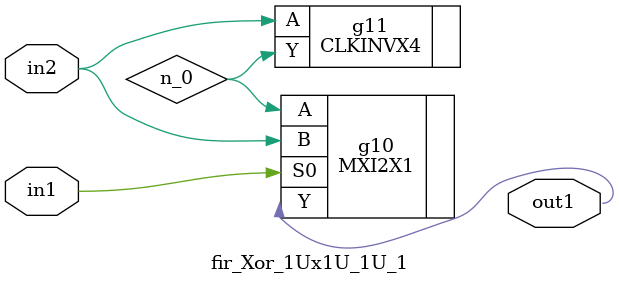
<source format=v>
`timescale 1ps / 1ps


module fir_Xor_1Ux1U_1U_1(in2, in1, out1);
  input in2, in1;
  output out1;
  wire in2, in1;
  wire out1;
  wire n_0;
  MXI2X1 g10(.A (n_0), .B (in2), .S0 (in1), .Y (out1));
  CLKINVX4 g11(.A (in2), .Y (n_0));
endmodule




</source>
